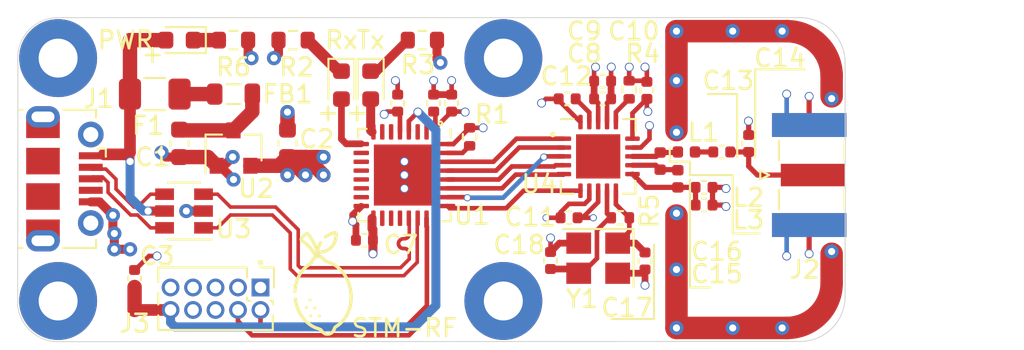
<source format=kicad_pcb>
(kicad_pcb (version 20171130) (host pcbnew "(5.1.12)-1")
  (layers (0 F.Cu signal) (1 In1.Cu signal) (2 In2.Cu signal) (31 B.Cu signal) (34 B.Paste user) (35 F.Paste user) (36 B.SilkS user) (37 F.SilkS user) (38 B.Mask user) (39 F.Mask user) (44 Edge.Cuts user))
  (net 0 "")
  (net 1 GND)
  (net 2 "Net-(C1-Pad1)")
  (net 3 +3V3)
  (net 4 NRST)
  (net 5 "Net-(C12-Pad1)")
  (net 6 "Net-(C13-Pad2)")
  (net 7 "Net-(C13-Pad1)")
  (net 8 NRF_VDD_PA)
  (net 9 NRF_XC1)
  (net 10 NRF_XC2)
  (net 11 "Net-(D1-Pad2)")
  (net 12 "Net-(D1-Pad1)")
  (net 13 "Net-(D2-Pad2)")
  (net 14 "Net-(D2-Pad1)")
  (net 15 "Net-(F1-Pad2)")
  (net 16 +5V)
  (net 17 "Net-(J1-Pad6)")
  (net 18 USB_CONN_D+)
  (net 19 "Net-(J1-Pad4)")
  (net 20 USB_CONN_D-)
  (net 21 "Net-(J3-Pad8)")
  (net 22 "Net-(J3-Pad7)")
  (net 23 "Net-(J3-Pad6)")
  (net 24 SWCLK)
  (net 25 SWDIO)
  (net 26 NRF_ANT2)
  (net 27 NRF_ANT1)
  (net 28 "Net-(R1-Pad1)")
  (net 29 "Net-(R4-Pad1)")
  (net 30 NRF_CE)
  (net 31 SPI3_CSN)
  (net 32 SPI3_MOSI)
  (net 33 SPI3_MISO)
  (net 34 SPI3_SCK)
  (net 35 NRF_IRQ)
  (net 36 USB_D+)
  (net 37 USB_D-)
  (net 38 "Net-(U1-Pad20)")
  (net 39 "Net-(U1-Pad19)")
  (net 40 "Net-(U1-Pad18)")
  (net 41 "Net-(U1-Pad15)")
  (net 42 "Net-(U1-Pad14)")
  (net 43 "Net-(U1-Pad13)")
  (net 44 "Net-(U1-Pad12)")
  (net 45 "Net-(U1-Pad11)")
  (net 46 "Net-(U1-Pad10)")
  (net 47 "Net-(U1-Pad7)")
  (net 48 "Net-(U1-Pad6)")
  (net 49 "Net-(U1-Pad3)")
  (net 50 "Net-(U1-Pad2)")
  (net 51 "Net-(D3-Pad1)")
  (module footprints:SMA_Samtec_SMA-J-P-X-ST-EM1_EdgeMount-SeanCopyy (layer F.Cu) (at 161.036 81.788 90)
    (fp_text reference J2 (at -5.334 -0.254 180) (layer F.SilkS))
    (fp_text value SMA)
    (pad 1 smd rect (at 0 0.2 90) (size 1.27 3.6) (layers F.Cu F.Paste F.Mask) (net 7 "Net-(C13-Pad1)"))
    (pad 2 smd rect (at 2.825 0 90) (size 1.35 4.2) (layers F.Cu F.Paste F.Mask) (net 1 GND))
    (pad 2 smd rect (at -2.825 0 90) (size 1.35 4.2) (layers F.Cu F.Paste F.Mask) (net 1 GND))
    (pad 2 smd rect (at 2.825 0 90) (size 1.35 4.2) (layers B.Cu B.Paste B.Mask) (net 1 GND))
    (pad 2 smd rect (at -2.825 0 90) (size 1.35 4.2) (layers B.Cu B.Paste B.Mask) (net 1 GND))
  )
  (module footprints:USB_Micro-B_Molex-105017-0001-SeanCopy (layer F.Cu) (at 119 82 270)
    (fp_text reference J1 (at -4.53 -1.904 180) (layer F.SilkS))
    (fp_text value USB_B_Micro)
    (pad 6 smd rect (at -2.9 1.2375 270) (size 1.2 1.9) (layers F.Cu F.Mask) (net 17 "Net-(J1-Pad6)"))
    (pad 6 smd rect (at 2.9 1.2375 270) (size 1.2 1.9) (layers F.Cu F.Mask) (net 17 "Net-(J1-Pad6)"))
    (pad 6 thru_hole oval (at 3.5 1.2375 270) (size 1.2 1.9) (drill oval 0.6 1.3) (layers *.Cu *.Mask) (net 17 "Net-(J1-Pad6)"))
    (pad 6 thru_hole oval (at -3.5 1.2375 90) (size 1.2 1.9) (drill oval 0.6 1.3) (layers *.Cu *.Mask) (net 17 "Net-(J1-Pad6)"))
    (pad 6 smd rect (at -1 1.2375 270) (size 1.5 1.9) (layers F.Cu F.Paste F.Mask) (net 17 "Net-(J1-Pad6)"))
    (pad 6 thru_hole circle (at 2.5 -1.4625 270) (size 1.45 1.45) (drill 0.85) (layers *.Cu *.Mask) (net 17 "Net-(J1-Pad6)"))
    (pad 3 smd rect (at 0 -1.4625 270) (size 0.4 1.35) (layers F.Cu F.Paste F.Mask) (net 18 USB_CONN_D+))
    (pad 4 smd rect (at 0.65 -1.4625 270) (size 0.4 1.35) (layers F.Cu F.Paste F.Mask) (net 19 "Net-(J1-Pad4)"))
    (pad 5 smd rect (at 1.3 -1.4625 270) (size 0.4 1.35) (layers F.Cu F.Paste F.Mask) (net 1 GND))
    (pad 1 smd rect (at -1.3 -1.4625 270) (size 0.4 1.35) (layers F.Cu F.Paste F.Mask) (net 16 +5V))
    (pad 2 smd rect (at -0.65 -1.4625 270) (size 0.4 1.35) (layers F.Cu F.Paste F.Mask) (net 20 USB_CONN_D-))
    (pad 6 thru_hole circle (at -2.5 -1.4625 270) (size 1.45 1.45) (drill 0.85) (layers *.Cu *.Mask) (net 17 "Net-(J1-Pad6)"))
    (pad 6 smd rect (at 1 1.2375 270) (size 1.5 1.9) (layers F.Cu F.Paste F.Mask) (net 17 "Net-(J1-Pad6)"))
  )
  (module footprints:guard-ring-v1 (layer F.Cu) (at 153.67 79.248)
    (fp_text reference REF**)
    (fp_text value guard-ring-v1)
    (fp_line (start 8.636 6.985) (end 8.636 8.636) (layer F.Cu) (width 1.27))
    (fp_line (start -0.127 11.176) (end 6.096 11.176) (layer F.Cu) (width 1.27))
    (fp_line (start -0.127 11.176) (end -0.127 4.826) (layer F.Cu) (width 1.27))
    (fp_line (start -0.127 -5.588) (end 6.096 -5.588) (layer F.Cu) (width 1.27))
    (fp_line (start 8.636 -3.175) (end 8.636 -1.905) (layer F.Cu) (width 1.27))
    (fp_line (start -0.127 0) (end -0.127 -5.588) (layer F.Cu) (width 1.27))
    (fp_arc (start 6.096 8.636) (end 6.096 11.176) (angle -90) (layer F.Cu) (width 1.27))
    (fp_arc (start 6.096 -3.048) (end 8.636 -3.048) (angle -90) (layer F.Cu) (width 1.27))
  )
  (module Package_DFN_QFN:QFN-32-1EP_5x5mm_P0.5mm_EP3.45x3.45mm (layer F.Cu) (at 138.176 81.788 270)
    (fp_text reference U1 (at 2.286 -3.81 180) (layer F.SilkS))
    (fp_text value STM32L432KBUx)
    (pad 33 smd rect (at 0 0 270) (size 3.45 3.45) (layers F.Cu F.Mask) (net 1 GND))
    (pad 32 smd roundrect (at -1.75 -2.4375 270) (size 0.25 0.875) (layers F.Cu F.Paste F.Mask) (net 1 GND))
    (pad 31 smd roundrect (at -1.25 -2.4375 270) (size 0.25 0.875) (layers F.Cu F.Paste F.Mask) (net 28 "Net-(R1-Pad1)"))
    (pad 30 smd roundrect (at -0.75 -2.4375 270) (size 0.25 0.875) (layers F.Cu F.Paste F.Mask) (net 30 NRF_CE))
    (pad 29 smd roundrect (at -0.25 -2.4375 270) (size 0.25 0.875) (layers F.Cu F.Paste F.Mask) (net 31 SPI3_CSN))
    (pad 28 smd roundrect (at 0.25 -2.4375 270) (size 0.25 0.875) (layers F.Cu F.Paste F.Mask) (net 32 SPI3_MOSI))
    (pad 27 smd roundrect (at 0.75 -2.4375 270) (size 0.25 0.875) (layers F.Cu F.Paste F.Mask) (net 33 SPI3_MISO))
    (pad 26 smd roundrect (at 1.25 -2.4375 270) (size 0.25 0.875) (layers F.Cu F.Paste F.Mask) (net 34 SPI3_SCK))
    (pad 25 smd roundrect (at 1.75 -2.4375 270) (size 0.25 0.875) (layers F.Cu F.Paste F.Mask) (net 35 NRF_IRQ))
    (pad 24 smd roundrect (at 2.4375 -1.75 270) (size 0.875 0.25) (layers F.Cu F.Paste F.Mask) (net 24 SWCLK))
    (pad 23 smd roundrect (at 2.4375 -1.25 270) (size 0.875 0.25) (layers F.Cu F.Paste F.Mask) (net 25 SWDIO))
    (pad 22 smd roundrect (at 2.4375 -0.75 270) (size 0.875 0.25) (layers F.Cu F.Paste F.Mask) (net 36 USB_D+))
    (pad 21 smd roundrect (at 2.4375 -0.25 270) (size 0.875 0.25) (layers F.Cu F.Paste F.Mask) (net 37 USB_D-))
    (pad 20 smd roundrect (at 2.4375 0.25 270) (size 0.875 0.25) (layers F.Cu F.Paste F.Mask) (net 38 "Net-(U1-Pad20)"))
    (pad 19 smd roundrect (at 2.4375 0.75 270) (size 0.875 0.25) (layers F.Cu F.Paste F.Mask) (net 39 "Net-(U1-Pad19)"))
    (pad 18 smd roundrect (at 2.4375 1.25 270) (size 0.875 0.25) (layers F.Cu F.Paste F.Mask) (net 40 "Net-(U1-Pad18)"))
    (pad 17 smd roundrect (at 2.4375 1.75 270) (size 0.875 0.25) (layers F.Cu F.Paste F.Mask) (net 3 +3V3))
    (pad 16 smd roundrect (at 1.75 2.4375 270) (size 0.25 0.875) (layers F.Cu F.Paste F.Mask) (net 1 GND))
    (pad 15 smd roundrect (at 1.25 2.4375 270) (size 0.25 0.875) (layers F.Cu F.Paste F.Mask) (net 41 "Net-(U1-Pad15)"))
    (pad 14 smd roundrect (at 0.75 2.4375 270) (size 0.25 0.875) (layers F.Cu F.Paste F.Mask) (net 42 "Net-(U1-Pad14)"))
    (pad 13 smd roundrect (at 0.25 2.4375 270) (size 0.25 0.875) (layers F.Cu F.Paste F.Mask) (net 43 "Net-(U1-Pad13)"))
    (pad 12 smd roundrect (at -0.25 2.4375 270) (size 0.25 0.875) (layers F.Cu F.Paste F.Mask) (net 44 "Net-(U1-Pad12)"))
    (pad 11 smd roundrect (at -0.75 2.4375 270) (size 0.25 0.875) (layers F.Cu F.Paste F.Mask) (net 45 "Net-(U1-Pad11)"))
    (pad 10 smd roundrect (at -1.25 2.4375 270) (size 0.25 0.875) (layers F.Cu F.Paste F.Mask) (net 46 "Net-(U1-Pad10)"))
    (pad 9 smd roundrect (at -1.75 2.4375 270) (size 0.25 0.875) (layers F.Cu F.Paste F.Mask) (net 11 "Net-(D1-Pad2)"))
    (pad 8 smd roundrect (at -2.4375 1.75 270) (size 0.875 0.25) (layers F.Cu F.Paste F.Mask) (net 13 "Net-(D2-Pad2)"))
    (pad 7 smd roundrect (at -2.4375 1.25 270) (size 0.875 0.25) (layers F.Cu F.Paste F.Mask) (net 47 "Net-(U1-Pad7)"))
    (pad 6 smd roundrect (at -2.4375 0.75 270) (size 0.875 0.25) (layers F.Cu F.Paste F.Mask) (net 48 "Net-(U1-Pad6)"))
    (pad 5 smd roundrect (at -2.4375 0.25 270) (size 0.875 0.25) (layers F.Cu F.Paste F.Mask) (net 3 +3V3))
    (pad 4 smd roundrect (at -2.4375 -0.25 270) (size 0.875 0.25) (layers F.Cu F.Paste F.Mask) (net 4 NRST))
    (pad 3 smd roundrect (at -2.4375 -0.75 270) (size 0.875 0.25) (layers F.Cu F.Paste F.Mask) (net 49 "Net-(U1-Pad3)"))
    (pad 2 smd roundrect (at -2.4375 -1.25 270) (size 0.875 0.25) (layers F.Cu F.Paste F.Mask) (net 50 "Net-(U1-Pad2)"))
    (pad 1 smd roundrect (at -2.4375 -1.75 270) (size 0.875 0.25) (layers F.Cu F.Paste F.Mask) (net 3 +3V3))
  )
  (module Logos:lemon_logo (layer F.Cu) (at 133.604 87.884)
    (fp_text reference G*** hide)
    (fp_text value LOGO hide)
  )
  (module LED_SMD:LED_0603_1608Metric (layer F.Cu) (at 125.476 74.168 180)
    (fp_text reference PWR (at 3.048 0) (layer F.SilkS))
    (fp_text value RD)
    (pad 2 smd roundrect (at 0.7875 0 180) (size 0.875 0.95) (layers F.Cu F.Paste F.Mask) (net 16 +5V))
    (pad 1 smd roundrect (at -0.7875 0 180) (size 0.875 0.95) (layers F.Cu F.Paste F.Mask) (net 51 "Net-(D3-Pad1)"))
  )
  (module Connector_PinHeader_1.27mm:PinHeader_2x05_P1.27mm_Vertical (layer F.Cu) (at 130.048 88.138 270)
    (fp_text reference J3 (at 2.032 7.112 180) (layer F.SilkS))
    (fp_text value "ARM 10 pin")
    (pad 10 thru_hole oval (at 1.27 5.08 270) (size 1 1) (drill 0.65) (layers *.Cu *.Mask) (net 4 NRST))
    (pad 9 thru_hole oval (at 0 5.08 270) (size 1 1) (drill 0.65) (layers *.Cu *.Mask) (net 1 GND))
    (pad 8 thru_hole oval (at 1.27 3.81 270) (size 1 1) (drill 0.65) (layers *.Cu *.Mask) (net 21 "Net-(J3-Pad8)"))
    (pad 7 thru_hole oval (at 0 3.81 270) (size 1 1) (drill 0.65) (layers *.Cu *.Mask) (net 22 "Net-(J3-Pad7)"))
    (pad 6 thru_hole oval (at 1.27 2.54 270) (size 1 1) (drill 0.65) (layers *.Cu *.Mask) (net 23 "Net-(J3-Pad6)"))
    (pad 5 thru_hole oval (at 0 2.54 270) (size 1 1) (drill 0.65) (layers *.Cu *.Mask) (net 1 GND))
    (pad 4 thru_hole oval (at 1.27 1.27 270) (size 1 1) (drill 0.65) (layers *.Cu *.Mask) (net 24 SWCLK))
    (pad 3 thru_hole oval (at 0 1.27 270) (size 1 1) (drill 0.65) (layers *.Cu *.Mask) (net 1 GND))
    (pad 2 thru_hole oval (at 1.27 0 270) (size 1 1) (drill 0.65) (layers *.Cu *.Mask) (net 25 SWDIO))
    (pad 1 thru_hole rect (at 0 0 270) (size 1 1) (drill 0.65) (layers *.Cu *.Mask) (net 3 +3V3))
  )
  (module MountingHole:MountingHole_2.2mm_M2_Pad (layer F.Cu) (at 143.764 75.184)
    (fp_text reference H4)
    (fp_text value MountingHole)
    (pad 1 thru_hole circle (at 0 0) (size 4.4 4.4) (drill 2.2) (layers *.Cu *.Mask))
  )
  (module MountingHole:MountingHole_2.2mm_M2_Pad (layer F.Cu) (at 143.764 88.9)
    (fp_text reference H3)
    (fp_text value MountingHole)
    (pad 1 thru_hole circle (at 0 0) (size 4.4 4.4) (drill 2.2) (layers *.Cu *.Mask))
  )
  (module MountingHole:MountingHole_2.2mm_M2_Pad (layer F.Cu) (at 118.618 88.9)
    (fp_text reference H2)
    (fp_text value MountingHole)
    (pad 1 thru_hole circle (at 0 0) (size 4.4 4.4) (drill 2.2) (layers *.Cu *.Mask))
  )
  (module MountingHole:MountingHole_2.2mm_M2_Pad (layer F.Cu) (at 118.618 75.184)
    (fp_text reference H1)
    (fp_text value MountingHole)
    (pad 1 thru_hole circle (at 0 0) (size 4.4 4.4) (drill 2.2) (layers *.Cu *.Mask))
  )
  (module Resistor_SMD:R_0603_1608Metric (layer F.Cu) (at 128.524 74.168 180)
    (fp_text reference R6 (at 0 -1.524) (layer F.SilkS))
    (fp_text value 2k2)
    (pad 2 smd roundrect (at 0.825 0 180) (size 0.8 0.95) (layers F.Cu F.Paste F.Mask) (net 51 "Net-(D3-Pad1)"))
    (pad 1 smd roundrect (at -0.825 0 180) (size 0.8 0.95) (layers F.Cu F.Paste F.Mask) (net 1 GND))
  )
  (module Fuse:Fuse_1206_3216Metric (layer F.Cu) (at 124.076 77.216)
    (fp_text reference F1 (at -0.378 1.778) (layer F.SilkS))
    (fp_text value 100mA)
    (pad 2 smd roundrect (at 1.4 0) (size 1.25 1.75) (layers F.Cu F.Paste F.Mask) (roundrect_rratio 0.2) (net 15 "Net-(F1-Pad2)"))
    (pad 1 smd roundrect (at -1.4 0) (size 1.25 1.75) (layers F.Cu F.Paste F.Mask) (roundrect_rratio 0.2) (net 16 +5V))
  )
  (module Crystal:Crystal_SMD_3225-4Pin_3.2x2.5mm (layer F.Cu) (at 149.12 86.484 180)
    (fp_text reference Y1 (at 0.911 -2.289) (layer F.SilkS))
    (fp_text value "16 MHz")
    (pad 4 smd rect (at -1.1 -0.85 180) (size 1.4 1.2) (layers F.Cu F.Paste F.Mask) (net 1 GND))
    (pad 3 smd rect (at 1.1 -0.85 180) (size 1.4 1.2) (layers F.Cu F.Paste F.Mask) (net 10 NRF_XC2))
    (pad 2 smd rect (at 1.1 0.85 180) (size 1.4 1.2) (layers F.Cu F.Paste F.Mask) (net 1 GND))
    (pad 1 smd rect (at -1.1 0.85 180) (size 1.4 1.2) (layers F.Cu F.Paste F.Mask) (net 9 NRF_XC1))
  )
  (module Package_DFN_QFN:QFN-20-1EP_4x4mm_P0.5mm_EP2.5x2.5mm (layer F.Cu) (at 149.12 80.734)
    (fp_text reference U4 (at -3.324 1.562) (layer F.SilkS))
    (fp_text value nRF24L01P)
    (pad 21 smd rect (at 0 0) (size 2.5 2.5) (layers F.Cu F.Mask))
    (pad 20 smd roundrect (at -1 -1.9375) (size 0.25 0.825) (layers F.Cu F.Paste F.Mask) (net 1 GND))
    (pad 19 smd roundrect (at -0.5 -1.9375) (size 0.25 0.825) (layers F.Cu F.Paste F.Mask) (net 5 "Net-(C12-Pad1)"))
    (pad 18 smd roundrect (at 0 -1.9375) (size 0.25 0.825) (layers F.Cu F.Paste F.Mask) (net 3 +3V3))
    (pad 17 smd roundrect (at 0.5 -1.9375) (size 0.25 0.825) (layers F.Cu F.Paste F.Mask) (net 1 GND))
    (pad 16 smd roundrect (at 1 -1.9375) (size 0.25 0.825) (layers F.Cu F.Paste F.Mask) (net 29 "Net-(R4-Pad1)"))
    (pad 15 smd roundrect (at 1.9375 -1) (size 0.825 0.25) (layers F.Cu F.Paste F.Mask) (net 3 +3V3))
    (pad 14 smd roundrect (at 1.9375 -0.5) (size 0.825 0.25) (layers F.Cu F.Paste F.Mask) (net 1 GND))
    (pad 13 smd roundrect (at 1.9375 0) (size 0.825 0.25) (layers F.Cu F.Paste F.Mask) (net 26 NRF_ANT2))
    (pad 12 smd roundrect (at 1.9375 0.5) (size 0.825 0.25) (layers F.Cu F.Paste F.Mask) (net 27 NRF_ANT1))
    (pad 11 smd roundrect (at 1.9375 1) (size 0.825 0.25) (layers F.Cu F.Paste F.Mask) (net 8 NRF_VDD_PA))
    (pad 10 smd roundrect (at 1 1.9375) (size 0.25 0.825) (layers F.Cu F.Paste F.Mask) (net 9 NRF_XC1))
    (pad 9 smd roundrect (at 0.5 1.9375) (size 0.25 0.825) (layers F.Cu F.Paste F.Mask) (net 10 NRF_XC2))
    (pad 8 smd roundrect (at 0 1.9375) (size 0.25 0.825) (layers F.Cu F.Paste F.Mask) (net 1 GND))
    (pad 7 smd roundrect (at -0.5 1.9375) (size 0.25 0.825) (layers F.Cu F.Paste F.Mask) (net 3 +3V3))
    (pad 6 smd roundrect (at -1 1.9375) (size 0.25 0.825) (layers F.Cu F.Paste F.Mask) (net 35 NRF_IRQ))
    (pad 5 smd roundrect (at -1.9375 1) (size 0.825 0.25) (layers F.Cu F.Paste F.Mask) (net 33 SPI3_MISO))
    (pad 4 smd roundrect (at -1.9375 0.5) (size 0.825 0.25) (layers F.Cu F.Paste F.Mask) (net 32 SPI3_MOSI))
    (pad 3 smd roundrect (at -1.9375 0) (size 0.825 0.25) (layers F.Cu F.Paste F.Mask) (net 34 SPI3_SCK))
    (pad 2 smd roundrect (at -1.9375 -0.5) (size 0.825 0.25) (layers F.Cu F.Paste F.Mask) (net 31 SPI3_CSN))
    (pad 1 smd roundrect (at -1.9375 -1) (size 0.825 0.25) (layers F.Cu F.Paste F.Mask) (net 30 NRF_CE))
  )
  (module Package_TO_SOT_SMD:SOT-23-6 (layer F.Cu) (at 125.73 83.82 180)
    (fp_text reference U3 (at -2.794 -1.016) (layer F.SilkS))
    (fp_text value USBLC6-2SC6)
    (pad 5 smd rect (at 1.1 0 180) (size 1.06 0.65) (layers F.Cu F.Paste F.Mask) (net 16 +5V))
    (pad 6 smd rect (at 1.1 -0.95 180) (size 1.06 0.65) (layers F.Cu F.Paste F.Mask) (net 18 USB_CONN_D+))
    (pad 4 smd rect (at 1.1 0.95 180) (size 1.06 0.65) (layers F.Cu F.Paste F.Mask) (net 20 USB_CONN_D-))
    (pad 3 smd rect (at -1.1 0.95 180) (size 1.06 0.65) (layers F.Cu F.Paste F.Mask) (net 37 USB_D-))
    (pad 2 smd rect (at -1.1 0 180) (size 1.06 0.65) (layers F.Cu F.Paste F.Mask) (net 1 GND))
    (pad 1 smd rect (at -1.1 -0.95 180) (size 1.06 0.65) (layers F.Cu F.Paste F.Mask) (net 36 USB_D+))
  )
  (module Package_TO_SOT_SMD:SOT-23 (layer F.Cu) (at 128.524 80.264 90)
    (fp_text reference U2 (at -2.286 1.27 180) (layer F.SilkS))
    (fp_text value XC6206PxxxMR)
    (pad 3 smd rect (at 1 0 90) (size 0.9 0.8) (layers F.Cu F.Paste F.Mask) (net 2 "Net-(C1-Pad1)"))
    (pad 2 smd rect (at -1 0.95 90) (size 0.9 0.8) (layers F.Cu F.Paste F.Mask) (net 3 +3V3))
    (pad 1 smd rect (at -1 -0.95 90) (size 0.9 0.8) (layers F.Cu F.Paste F.Mask) (net 1 GND))
  )
  (module Resistor_SMD:R_0402_1005Metric (layer F.Cu) (at 150.37 84.201 180)
    (fp_text reference R5 (at -1.649 0.381 90) (layer F.SilkS))
    (fp_text value 1M)
    (pad 2 smd roundrect (at 0.51 0 180) (size 0.54 0.64) (layers F.Cu F.Paste F.Mask) (net 10 NRF_XC2))
    (pad 1 smd roundrect (at -0.51 0 180) (size 0.54 0.64) (layers F.Cu F.Paste F.Mask) (net 9 NRF_XC1))
  )
  (module Resistor_SMD:R_0402_1005Metric (layer F.Cu) (at 150.87 76.974 90)
    (fp_text reference R4 (at 2.044 0.768 180) (layer F.SilkS))
    (fp_text value 22k)
    (pad 2 smd roundrect (at 0.51 0 90) (size 0.54 0.64) (layers F.Cu F.Paste F.Mask) (net 1 GND))
    (pad 1 smd roundrect (at -0.51 0 90) (size 0.54 0.64) (layers F.Cu F.Paste F.Mask) (net 29 "Net-(R4-Pad1)"))
  )
  (module Resistor_SMD:R_0603_1608Metric (layer F.Cu) (at 139.192 74.168)
    (fp_text reference R3 (at -0.254 1.397) (layer F.SilkS))
    (fp_text value 2k2)
    (pad 2 smd roundrect (at 0.825 0) (size 0.8 0.95) (layers F.Cu F.Paste F.Mask) (net 1 GND))
    (pad 1 smd roundrect (at -0.825 0) (size 0.8 0.95) (layers F.Cu F.Paste F.Mask) (net 14 "Net-(D2-Pad1)"))
  )
  (module Resistor_SMD:R_0603_1608Metric (layer F.Cu) (at 131.889 74.168 180)
    (fp_text reference R2 (at -0.191 -1.524) (layer F.SilkS))
    (fp_text value 2k2)
    (pad 2 smd roundrect (at 0.825 0 180) (size 0.8 0.95) (layers F.Cu F.Paste F.Mask) (net 1 GND))
    (pad 1 smd roundrect (at -0.825 0 180) (size 0.8 0.95) (layers F.Cu F.Paste F.Mask) (net 12 "Net-(D1-Pad1)"))
  )
  (module Resistor_SMD:R_0402_1005Metric (layer F.Cu) (at 141.859 79.629 90)
    (fp_text reference R1 (at 1.27 1.27 180) (layer F.SilkS))
    (fp_text value 10k)
    (pad 2 smd roundrect (at 0.51 0 90) (size 0.54 0.64) (layers F.Cu F.Paste F.Mask) (net 1 GND))
    (pad 1 smd roundrect (at -0.51 0 90) (size 0.54 0.64) (layers F.Cu F.Paste F.Mask) (net 28 "Net-(R1-Pad1)"))
  )
  (module Inductor_SMD:L_0402_1005Metric (layer F.Cu) (at 153.62 81.999 270)
    (fp_text reference L3 (at 2.329 -3.987 180) (layer F.SilkS))
    (fp_text value 2n7)
    (pad 2 smd roundrect (at 0.485 0 270) (size 0.59 0.64) (layers F.Cu F.Paste F.Mask) (net 8 NRF_VDD_PA))
    (pad 1 smd roundrect (at -0.485 0 270) (size 0.59 0.64) (layers F.Cu F.Paste F.Mask) (net 27 NRF_ANT1))
  )
  (module Inductor_SMD:L_0402_1005Metric (layer F.Cu) (at 152.62 80.999 270)
    (fp_text reference L2 (at 2.059 -4.987 180) (layer F.SilkS))
    (fp_text value 8n2)
    (pad 2 smd roundrect (at 0.485 0 270) (size 0.59 0.64) (layers F.Cu F.Paste F.Mask) (net 27 NRF_ANT1))
    (pad 1 smd roundrect (at -0.485 0 270) (size 0.59 0.64) (layers F.Cu F.Paste F.Mask) (net 26 NRF_ANT2))
  )
  (module Inductor_SMD:L_0402_1005Metric (layer F.Cu) (at 154.105 80.484)
    (fp_text reference L1 (at 0.962 -1.109) (layer F.SilkS))
    (fp_text value 3n9)
    (pad 2 smd roundrect (at 0.485 0) (size 0.59 0.64) (layers F.Cu F.Paste F.Mask) (net 6 "Net-(C13-Pad2)"))
    (pad 1 smd roundrect (at -0.485 0) (size 0.59 0.64) (layers F.Cu F.Paste F.Mask) (net 26 NRF_ANT2))
  )
  (module Inductor_SMD:L_0805_2012Metric (layer F.Cu) (at 128.524 77.216 180)
    (fp_text reference FB1 (at -3.048 0) (layer F.SilkS))
    (fp_text value "100 @ 100MHz")
    (pad 2 smd roundrect (at 1.0625 0 180) (size 0.875 1.2) (layers F.Cu F.Paste F.Mask) (net 15 "Net-(F1-Pad2)"))
    (pad 1 smd roundrect (at -1.0625 0 180) (size 0.875 1.2) (layers F.Cu F.Paste F.Mask) (net 2 "Net-(C1-Pad1)"))
  )
  (module LED_SMD:LED_0603_1608Metric (layer F.Cu) (at 136.271 76.708 270)
    (fp_text reference Tx (at -2.54 0 180) (layer F.SilkS))
    (fp_text value YL)
    (pad 2 smd roundrect (at 0.7875 0 270) (size 0.875 0.95) (layers F.Cu F.Paste F.Mask) (net 13 "Net-(D2-Pad2)"))
    (pad 1 smd roundrect (at -0.7875 0 270) (size 0.875 0.95) (layers F.Cu F.Paste F.Mask) (net 14 "Net-(D2-Pad1)"))
  )
  (module LED_SMD:LED_0603_1608Metric (layer F.Cu) (at 134.62 76.708 270)
    (fp_text reference Rx (at -2.54 0 180) (layer F.SilkS))
    (fp_text value GR)
    (pad 2 smd roundrect (at 0.7875 0 270) (size 0.875 0.95) (layers F.Cu F.Paste F.Mask) (net 11 "Net-(D1-Pad2)"))
    (pad 1 smd roundrect (at -0.7875 0 270) (size 0.875 0.95) (layers F.Cu F.Paste F.Mask) (net 12 "Net-(D1-Pad1)"))
  )
  (module Capacitor_SMD:C_0402_1005Metric (layer F.Cu) (at 146.431 86.614 270)
    (fp_text reference C18 (at -0.889 1.778 180) (layer F.SilkS))
    (fp_text value 12p)
    (pad 2 smd roundrect (at 0.48 0 270) (size 0.56 0.62) (layers F.Cu F.Paste F.Mask) (net 10 NRF_XC2))
    (pad 1 smd roundrect (at -0.48 0 270) (size 0.56 0.62) (layers F.Cu F.Paste F.Mask) (net 1 GND))
  )
  (module Capacitor_SMD:C_0402_1005Metric (layer F.Cu) (at 151.765 86.642 90)
    (fp_text reference C17 (at -2.639 -1.016 180) (layer F.SilkS))
    (fp_text value 12p)
    (pad 2 smd roundrect (at 0.48 0 90) (size 0.56 0.62) (layers F.Cu F.Paste F.Mask) (net 9 NRF_XC1))
    (pad 1 smd roundrect (at -0.48 0 90) (size 0.56 0.62) (layers F.Cu F.Paste F.Mask) (net 1 GND))
  )
  (module Capacitor_SMD:C_0402_1005Metric (layer F.Cu) (at 155.1 82.484 180)
    (fp_text reference C16 (at -0.729 -3.622 180) (layer F.SilkS))
    (fp_text value 4p7)
    (pad 2 smd roundrect (at 0.48 0 180) (size 0.56 0.62) (layers F.Cu F.Paste F.Mask) (net 8 NRF_VDD_PA))
    (pad 1 smd roundrect (at -0.48 0 180) (size 0.56 0.62) (layers F.Cu F.Paste F.Mask) (net 1 GND))
  )
  (module Capacitor_SMD:C_0402_1005Metric (layer F.Cu) (at 155.1 83.484 180)
    (fp_text reference C15 (at -0.729 -3.892) (layer F.SilkS))
    (fp_text value 2n2)
    (pad 2 smd roundrect (at 0.48 0 180) (size 0.56 0.62) (layers F.Cu F.Paste F.Mask) (net 8 NRF_VDD_PA))
    (pad 1 smd roundrect (at -0.48 0 180) (size 0.56 0.62) (layers F.Cu F.Paste F.Mask) (net 1 GND))
  )
  (module Capacitor_SMD:C_0402_1005Metric (layer F.Cu) (at 157.62 80.004 270)
    (fp_text reference C14 (at -4.82 -1.765 180) (layer F.SilkS))
    (fp_text value 1p)
    (pad 2 smd roundrect (at 0.48 0 270) (size 0.56 0.62) (layers F.Cu F.Paste F.Mask) (net 7 "Net-(C13-Pad1)"))
    (pad 1 smd roundrect (at -0.48 0 270) (size 0.56 0.62) (layers F.Cu F.Paste F.Mask) (net 1 GND))
  )
  (module Capacitor_SMD:C_0402_1005Metric (layer F.Cu) (at 156.1 80.484 180)
    (fp_text reference C13 (at -0.364 4.03 180) (layer F.SilkS))
    (fp_text value 1p5)
    (pad 2 smd roundrect (at 0.48 0 180) (size 0.56 0.62) (layers F.Cu F.Paste F.Mask) (net 6 "Net-(C13-Pad2)"))
    (pad 1 smd roundrect (at -0.48 0 180) (size 0.56 0.62) (layers F.Cu F.Paste F.Mask) (net 7 "Net-(C13-Pad1)"))
  )
  (module Capacitor_SMD:C_0402_1005Metric (layer F.Cu) (at 147.37 77.484 180)
    (fp_text reference C12 (at 0.05 1.284) (layer F.SilkS))
    (fp_text value 33n)
    (pad 2 smd roundrect (at 0.48 0 180) (size 0.56 0.62) (layers F.Cu F.Paste F.Mask) (net 1 GND))
    (pad 1 smd roundrect (at -0.48 0 180) (size 0.56 0.62) (layers F.Cu F.Paste F.Mask) (net 5 "Net-(C12-Pad1)"))
  )
  (module Capacitor_SMD:C_0402_1005Metric (layer F.Cu) (at 147.475 84.201)
    (fp_text reference C11 (at -2.187 -0.037) (layer F.SilkS))
    (fp_text value 10n)
    (pad 2 smd roundrect (at 0.48 0) (size 0.56 0.62) (layers F.Cu F.Paste F.Mask) (net 1 GND))
    (pad 1 smd roundrect (at -0.48 0) (size 0.56 0.62) (layers F.Cu F.Paste F.Mask) (net 3 +3V3))
  )
  (module Capacitor_SMD:C_0402_1005Metric (layer F.Cu) (at 151.87 77.004 90)
    (fp_text reference C10 (at 3.344 -0.74 180) (layer F.SilkS))
    (fp_text value 10n)
    (pad 2 smd roundrect (at 0.48 0 90) (size 0.56 0.62) (layers F.Cu F.Paste F.Mask) (net 1 GND))
    (pad 1 smd roundrect (at -0.48 0 90) (size 0.56 0.62) (layers F.Cu F.Paste F.Mask) (net 3 +3V3))
  )
  (module Capacitor_SMD:C_0402_1005Metric (layer F.Cu) (at 149.37 76.484)
    (fp_text reference C9 (at -1.034 -2.824) (layer F.SilkS))
    (fp_text value 10n)
    (pad 2 smd roundrect (at 0.48 0) (size 0.56 0.62) (layers F.Cu F.Paste F.Mask) (net 1 GND))
    (pad 1 smd roundrect (at -0.48 0) (size 0.56 0.62) (layers F.Cu F.Paste F.Mask) (net 3 +3V3))
  )
  (module Capacitor_SMD:C_0402_1005Metric (layer F.Cu) (at 149.37 77.484)
    (fp_text reference C8 (at -1.034 -2.554) (layer F.SilkS))
    (fp_text value 10u)
    (pad 2 smd roundrect (at 0.48 0) (size 0.56 0.62) (layers F.Cu F.Paste F.Mask) (net 1 GND))
    (pad 1 smd roundrect (at -0.48 0) (size 0.56 0.62) (layers F.Cu F.Paste F.Mask) (net 3 +3V3))
  )
  (module Capacitor_SMD:C_0402_1005Metric (layer F.Cu) (at 135.918 85.471 180)
    (fp_text reference C7 (at -2.06 -0.254) (layer F.SilkS))
    (fp_text value 100n)
    (pad 2 smd roundrect (at 0.48 0 180) (size 0.56 0.62) (layers F.Cu F.Paste F.Mask) (net 1 GND))
    (pad 1 smd roundrect (at -0.48 0 180) (size 0.56 0.62) (layers F.Cu F.Paste F.Mask) (net 3 +3V3))
  )
  (module Capacitor_SMD:C_0402_1005Metric (layer F.Cu) (at 137.795 77.724 90)
    (fp_text reference C6)
    (fp_text value 100n)
    (pad 2 smd roundrect (at 0.48 0 90) (size 0.56 0.62) (layers F.Cu F.Paste F.Mask) (net 1 GND))
    (pad 1 smd roundrect (at -0.48 0 90) (size 0.56 0.62) (layers F.Cu F.Paste F.Mask) (net 3 +3V3))
  )
  (module Capacitor_SMD:C_0402_1005Metric (layer F.Cu) (at 139.827 77.724 90)
    (fp_text reference C5)
    (fp_text value 100n)
    (pad 2 smd roundrect (at 0.48 0 90) (size 0.56 0.62) (layers F.Cu F.Paste F.Mask) (net 1 GND))
    (pad 1 smd roundrect (at -0.48 0 90) (size 0.56 0.62) (layers F.Cu F.Paste F.Mask) (net 3 +3V3))
  )
  (module Capacitor_SMD:C_0402_1005Metric (layer F.Cu) (at 140.843 77.724 90)
    (fp_text reference C4)
    (fp_text value 1u)
    (pad 2 smd roundrect (at 0.48 0 90) (size 0.56 0.62) (layers F.Cu F.Paste F.Mask) (net 1 GND))
    (pad 1 smd roundrect (at -0.48 0 90) (size 0.56 0.62) (layers F.Cu F.Paste F.Mask) (net 3 +3V3))
  )
  (module Capacitor_SMD:C_0402_1005Metric (layer F.Cu) (at 122.936 87.63 90)
    (fp_text reference C3 (at 1.27 1.27 180) (layer F.SilkS))
    (fp_text value 100n)
    (pad 2 smd roundrect (at 0.48 0 90) (size 0.56 0.62) (layers F.Cu F.Paste F.Mask) (net 1 GND))
    (pad 1 smd roundrect (at -0.48 0 90) (size 0.56 0.62) (layers F.Cu F.Paste F.Mask) (net 4 NRST))
  )
  (module Capacitor_SMD:C_0603_1608Metric (layer F.Cu) (at 131.572 79.997 90)
    (fp_text reference C2 (at 0.241 1.651 180) (layer F.SilkS))
    (fp_text value 10u)
    (pad 2 smd roundrect (at 0.775 0 90) (size 0.9 0.95) (layers F.Cu F.Paste F.Mask) (net 1 GND))
    (pad 1 smd roundrect (at -0.775 0 90) (size 0.9 0.95) (layers F.Cu F.Paste F.Mask) (net 3 +3V3))
  )
  (module Capacitor_SMD:C_0603_1608Metric (layer F.Cu) (at 125.476 79.997 270)
    (fp_text reference C1 (at 0.775 1.524 180) (layer F.SilkS))
    (fp_text value 10u)
    (pad 2 smd roundrect (at 0.775 0 270) (size 0.9 0.95) (layers F.Cu F.Paste F.Mask) (net 1 GND))
    (pad 1 smd roundrect (at -0.775 0 270) (size 0.9 0.95) (layers F.Cu F.Paste F.Mask) (net 2 "Net-(C1-Pad1)"))
  )
  (gr_text + (at 133.858 78.232) (layer F.SilkS) (effects (font (size 1 1))))
  (gr_text + (at 135.509 78.232) (layer F.SilkS) (effects (font (size 1 1))))
  (gr_text + (at 123.952 74.93) (layer F.SilkS) (effects (font (size 1 1))))
  (gr_line (start 153.162 80.264) (end 153.162 81.026) (layer F.SilkS) (width 0.12))
  (gr_line (start 153.162 81.026) (end 154.305 81.026) (layer F.SilkS) (width 0.12))
  (gr_line (start 154.305 81.026) (end 154.305 81.788) (layer F.SilkS) (width 0.12))
  (gr_line (start 156.718 81.788) (end 154.305 81.788) (layer F.SilkS) (width 0.12))
  (gr_line (start 156.972 77.216) (end 155.321 77.216) (layer F.SilkS) (width 0.12))
  (gr_line (start 156.972 80.772) (end 156.972 77.216) (layer F.SilkS) (width 0.12))
  (gr_line (start 157.988 75.819) (end 157.988 76.2) (layer F.SilkS) (width 0.12))
  (gr_line (start 160.782 75.819) (end 157.988 75.819) (layer F.SilkS) (width 0.12))
  (gr_line (start 152.273 89.916) (end 149.86 89.916) (layer F.SilkS) (width 0.12))
  (gr_line (start 152.273 85.725) (end 152.273 89.916) (layer F.SilkS) (width 0.12))
  (gr_line (start 155.448 88.138) (end 154.305 88.138) (layer F.SilkS) (width 0.12))
  (gr_line (start 154.305 82.042) (end 154.305 88.138) (layer F.SilkS) (width 0.12))
  (gr_line (start 156.718 85.09) (end 158.242 85.09) (layer F.SilkS) (width 0.12))
  (gr_line (start 156.718 81.788) (end 156.718 85.09) (layer F.SilkS) (width 0.12))
  (gr_line (start 157.988 78.74) (end 157.988 80.772) (layer F.SilkS) (width 0.12))
  (gr_line (start 157.988 78.74) (end 157.988 76.2) (layer F.SilkS) (width 0.12))
  (gr_text STM-RF (at 138.176 90.424) (layer F.SilkS) (effects (font (size 1 1))))
  (gr_circle (center 146.558 79.502) (end 146.658 79.502) (layer F.SilkS) (width 0.12))
  (gr_circle (center 140.208 78.867) (end 140.308 78.867) (layer F.SilkS) (width 0.12))
  (gr_circle (center 130.048 86.741) (end 130.148 86.741) (layer F.SilkS) (width 0.12))
  (gr_arc (start 160.528 75.438) (end 163.068 75.438) (angle -90) (layer Edge.Cuts) (width 0.05))
  (gr_arc (start 160.528 88.646) (end 160.528 91.186) (angle -90) (layer Edge.Cuts) (width 0.05))
  (gr_line (start 163.068 88.646) (end 163.068 75.438) (layer Edge.Cuts) (width 0.05))
  (gr_arc (start 118.618 75.184) (end 118.618 72.898) (angle -96.34019175) (layer Edge.Cuts) (width 0.05))
  (gr_arc (start 118.618 88.9) (end 116.332001 89.153999) (angle -83.65980825) (layer Edge.Cuts) (width 0.05))
  (gr_line (start 118.617999 91.200067) (end 160.528 91.186) (layer Edge.Cuts) (width 0.05))
  (gr_line (start 118.618 72.898) (end 160.528 72.898) (layer Edge.Cuts) (width 0.05))
  (gr_line (start 116.332001 89.153999) (end 116.345982 75.436446) (layer Edge.Cuts) (width 0.05))
  (via (at 138.176 82.55) (size 0.5) (drill 0.4) (layers F.Cu B.Cu) (net 1))
  (via (at 138.176 81.026) (size 0.5) (drill 0.4) (layers F.Cu B.Cu) (net 1))
  (via (at 138.176 81.788) (size 0.5) (drill 0.4) (layers F.Cu B.Cu) (net 1))
  (via (at 129.54 75.184) (size 0.8) (drill 0.4) (layers F.Cu B.Cu) (net 1))
  (segment (start 129.349 74.993) (end 129.54 75.184) (width 0.508) (layer F.Cu) (net 1))
  (segment (start 129.349 74.168) (end 129.349 74.993) (width 0.508) (layer F.Cu) (net 1))
  (via (at 130.81 75.184) (size 0.8) (drill 0.4) (layers F.Cu B.Cu) (net 1))
  (segment (start 131.064 74.93) (end 130.81 75.184) (width 0.508) (layer F.Cu) (net 1))
  (segment (start 131.064 74.168) (end 131.064 74.93) (width 0.508) (layer F.Cu) (net 1))
  (via (at 140.208 75.438) (size 0.8) (drill 0.4) (layers F.Cu B.Cu) (net 1))
  (segment (start 140.017 75.247) (end 140.208 75.438) (width 0.508) (layer F.Cu) (net 1))
  (segment (start 140.017 74.168) (end 140.017 75.247) (width 0.508) (layer F.Cu) (net 1))
  (via (at 124.46 80.518) (size 0.8) (drill 0.4) (layers F.Cu B.Cu) (net 1))
  (segment (start 124.714 80.772) (end 124.46 80.518) (width 0.508) (layer F.Cu) (net 1))
  (segment (start 125.476 80.772) (end 124.714 80.772) (width 0.508) (layer F.Cu) (net 1))
  (segment (start 127.980055 81.264) (end 128.47574 80.768315) (width 0.508) (layer F.Cu) (net 1))
  (via (at 128.47574 80.768315) (size 0.8) (drill 0.4) (layers F.Cu B.Cu) (net 1))
  (segment (start 127.574 81.264) (end 127.980055 81.264) (width 0.508) (layer F.Cu) (net 1))
  (segment (start 127.746 81.264) (end 128.524 82.042) (width 0.508) (layer F.Cu) (net 1))
  (via (at 128.524 82.042) (size 0.8) (drill 0.4) (layers F.Cu B.Cu) (net 1))
  (segment (start 127.574 81.264) (end 127.746 81.264) (width 0.508) (layer F.Cu) (net 1))
  (segment (start 127.082 80.772) (end 127.574 81.264) (width 0.8128) (layer F.Cu) (net 1))
  (segment (start 125.476 80.772) (end 127.082 80.772) (width 0.8128) (layer F.Cu) (net 1))
  (via (at 131.572 78.232) (size 0.8) (drill 0.4) (layers F.Cu B.Cu) (net 1))
  (segment (start 131.572 79.222) (end 131.572 78.232) (width 0.8128) (layer F.Cu) (net 1))
  (via (at 121.711561 84.057873) (size 0.8) (drill 0.4) (layers F.Cu B.Cu) (net 1))
  (segment (start 120.957689 83.304001) (end 120.4625 83.304001) (width 0.508) (layer F.Cu) (net 1))
  (segment (start 121.711561 84.057873) (end 120.957689 83.304001) (width 0.508) (layer F.Cu) (net 1))
  (via (at 121.793 85.09) (size 0.8) (drill 0.4) (layers F.Cu B.Cu) (net 1))
  (segment (start 121.711561 85.008561) (end 121.793 85.09) (width 0.508) (layer F.Cu) (net 1))
  (segment (start 121.711561 84.057873) (end 121.711561 85.008561) (width 0.508) (layer F.Cu) (net 1))
  (segment (start 121.793 85.09) (end 121.793 85.979) (width 0.508) (layer F.Cu) (net 1))
  (via (at 121.793 85.979) (size 0.8) (drill 0.4) (layers F.Cu B.Cu) (net 1))
  (via (at 122.682 85.979) (size 0.8) (drill 0.4) (layers F.Cu B.Cu) (net 1))
  (segment (start 121.793 85.979) (end 122.682 85.979) (width 0.508) (layer F.Cu) (net 1))
  (via (at 125.857 83.82) (size 0.8) (drill 0.4) (layers F.Cu B.Cu) (net 1))
  (segment (start 126.83 83.82) (end 125.857 83.82) (width 0.508) (layer F.Cu) (net 1))
  (segment (start 135.254978 84.037032) (end 135.254978 84.399) (width 0.381) (layer F.Cu) (net 1))
  (segment (start 135.7385 83.55351) (end 135.254978 84.037032) (width 0.381) (layer F.Cu) (net 1))
  (segment (start 135.438 84.582022) (end 135.254978 84.399) (width 0.381) (layer F.Cu) (net 1))
  (segment (start 135.438 85.344) (end 135.438 84.582022) (width 0.381) (layer F.Cu) (net 1))
  (via (at 135.254978 84.399) (size 0.5) (drill 0.4) (layers F.Cu B.Cu) (net 1))
  (segment (start 142.619 79.119) (end 142.621 79.121) (width 0.261112) (layer F.Cu) (net 1))
  (segment (start 141.859 79.119) (end 142.619 79.119) (width 0.261112) (layer F.Cu) (net 1))
  (segment (start 140.94 80.038) (end 141.859 79.119) (width 0.261112) (layer F.Cu) (net 1))
  (segment (start 140.6135 80.038) (end 140.94 80.038) (width 0.261112) (layer F.Cu) (net 1))
  (segment (start 142.621 79.121) (end 142.621 79.121) (width 0.261112) (layer F.Cu) (net 1))
  (via (at 142.621 79.121) (size 0.5) (drill 0.4) (layers F.Cu B.Cu) (net 1))
  (via (at 140.843 76.454) (size 0.5) (drill 0.4) (layers F.Cu B.Cu) (net 1))
  (segment (start 140.843 77.244) (end 140.843 76.454) (width 0.261112) (layer F.Cu) (net 1))
  (via (at 139.827 76.454) (size 0.5) (drill 0.4) (layers F.Cu B.Cu) (net 1))
  (segment (start 139.827 77.244) (end 139.827 76.454) (width 0.261112) (layer F.Cu) (net 1))
  (segment (start 139.827 77.244) (end 140.843 77.244) (width 0.381) (layer F.Cu) (net 1))
  (segment (start 149.12 83.316) (end 149.12 82.6715) (width 0.261112) (layer F.Cu) (net 1))
  (segment (start 148.235 84.201) (end 149.12 83.316) (width 0.261112) (layer F.Cu) (net 1))
  (segment (start 147.955 84.201) (end 148.235 84.201) (width 0.261112) (layer F.Cu) (net 1))
  (segment (start 146.931 85.634) (end 146.431 86.134) (width 0.381) (layer F.Cu) (net 1))
  (segment (start 148.02 85.634) (end 146.931 85.634) (width 0.381) (layer F.Cu) (net 1))
  (segment (start 151.553 87.334) (end 151.765 87.122) (width 0.381) (layer F.Cu) (net 1))
  (segment (start 150.22 87.334) (end 151.553 87.334) (width 0.381) (layer F.Cu) (net 1))
  (segment (start 149.85 77.484) (end 149.85 76.484) (width 0.381) (layer F.Cu) (net 1))
  (segment (start 149.62 77.714) (end 149.62 78.7965) (width 0.261112) (layer F.Cu) (net 1))
  (segment (start 149.85 77.484) (end 149.62 77.714) (width 0.261112) (layer F.Cu) (net 1))
  (segment (start 151.81 76.464) (end 151.87 76.524) (width 0.261112) (layer F.Cu) (net 1))
  (segment (start 150.87 76.464) (end 151.81 76.464) (width 0.261112) (layer F.Cu) (net 1))
  (via (at 150.876 75.692) (size 0.5) (drill 0.4) (layers F.Cu B.Cu) (net 1))
  (segment (start 150.87 75.698) (end 150.876 75.692) (width 0.261112) (layer F.Cu) (net 1))
  (segment (start 150.87 76.464) (end 150.87 75.698) (width 0.261112) (layer F.Cu) (net 1))
  (via (at 151.765 75.692) (size 0.5) (drill 0.4) (layers F.Cu B.Cu) (net 1))
  (segment (start 151.87 75.797) (end 151.765 75.692) (width 0.261112) (layer F.Cu) (net 1))
  (segment (start 151.87 76.524) (end 151.87 75.797) (width 0.261112) (layer F.Cu) (net 1))
  (via (at 149.86 75.692) (size 0.5) (drill 0.4) (layers F.Cu B.Cu) (net 1))
  (segment (start 149.85 75.702) (end 149.86 75.692) (width 0.261112) (layer F.Cu) (net 1))
  (segment (start 149.85 76.484) (end 149.85 75.702) (width 0.261112) (layer F.Cu) (net 1))
  (segment (start 146.89 77.5665) (end 146.89 77.484) (width 0.261112) (layer F.Cu) (net 1))
  (segment (start 148.12 78.7965) (end 146.89 77.5665) (width 0.261112) (layer F.Cu) (net 1))
  (via (at 145.923 77.724) (size 0.5) (drill 0.4) (layers F.Cu B.Cu) (net 1))
  (segment (start 146.163 77.484) (end 146.05 77.597) (width 0.261112) (layer F.Cu) (net 1))
  (segment (start 146.89 77.484) (end 146.163 77.484) (width 0.261112) (layer F.Cu) (net 1))
  (via (at 148.843982 84.201) (size 0.4) (drill 0.3) (layers F.Cu B.Cu) (net 1))
  (segment (start 147.955 84.201) (end 148.843982 84.201) (width 0.261112) (layer F.Cu) (net 1))
  (via (at 152.019 78.994028) (size 0.5) (drill 0.4) (layers F.Cu B.Cu) (net 1))
  (segment (start 152.019 79.74088) (end 152.019 78.994028) (width 0.261112) (layer F.Cu) (net 1))
  (segment (start 151.0575 80.234) (end 151.52588 80.234) (width 0.261112) (layer F.Cu) (net 1))
  (segment (start 151.52588 80.234) (end 152.019 79.74088) (width 0.261112) (layer F.Cu) (net 1))
  (segment (start 122.964 87.15) (end 123.754 86.36) (width 0.261112) (layer F.Cu) (net 1))
  (segment (start 122.936 87.15) (end 122.964 87.15) (width 0.261112) (layer F.Cu) (net 1))
  (segment (start 123.754 86.36) (end 124.206 86.36) (width 0.261112) (layer F.Cu) (net 1))
  (via (at 124.206 86.36) (size 0.5) (drill 0.4) (layers F.Cu B.Cu) (net 1))
  (via (at 151.765 88.011) (size 0.5) (drill 0.4) (layers F.Cu B.Cu) (net 1))
  (segment (start 151.765 87.122) (end 151.765 88.011) (width 0.381) (layer F.Cu) (net 1))
  (via (at 146.431 85.344) (size 0.5) (drill 0.4) (layers F.Cu B.Cu) (net 1))
  (segment (start 146.431 86.134) (end 146.431 85.344) (width 0.261112) (layer F.Cu) (net 1))
  (segment (start 155.58 82.484) (end 155.58 83.484) (width 0.29337) (layer F.Cu) (net 1))
  (segment (start 156.271 82.484) (end 156.337 82.55) (width 0.29337) (layer F.Cu) (net 1))
  (via (at 156.337 82.55) (size 0.5) (drill 0.4) (layers F.Cu B.Cu) (net 1))
  (segment (start 155.58 82.484) (end 156.271 82.484) (width 0.29337) (layer F.Cu) (net 1))
  (via (at 156.337 83.566) (size 0.5) (drill 0.4) (layers F.Cu B.Cu) (net 1))
  (segment (start 156.255 83.484) (end 156.337 83.566) (width 0.29337) (layer F.Cu) (net 1))
  (segment (start 155.58 83.484) (end 156.255 83.484) (width 0.29337) (layer F.Cu) (net 1))
  (via (at 157.607 78.74) (size 0.5) (drill 0.4) (layers F.Cu B.Cu) (net 1))
  (segment (start 157.62 78.753) (end 157.607 78.74) (width 0.29337) (layer F.Cu) (net 1))
  (segment (start 157.62 79.524) (end 157.62 78.753) (width 0.29337) (layer F.Cu) (net 1))
  (via (at 161.036 77.343) (size 0.5) (drill 0.4) (layers F.Cu B.Cu) (net 1))
  (segment (start 161.036 78.963) (end 161.036 77.343) (width 0.29337) (layer F.Cu) (net 1))
  (via (at 161.036 86.233) (size 0.5) (drill 0.4) (layers F.Cu B.Cu) (net 1))
  (segment (start 161.036 84.613) (end 161.036 86.233) (width 0.29337) (layer F.Cu) (net 1))
  (via (at 153.543 79.375) (size 0.8) (drill 0.4) (layers F.Cu B.Cu) (net 1))
  (via (at 153.543 73.66) (size 0.8) (drill 0.4) (layers F.Cu B.Cu) (net 1))
  (via (at 153.543 83.947) (size 0.8) (drill 0.4) (layers F.Cu B.Cu) (net 1))
  (via (at 153.543 90.424) (size 0.8) (drill 0.4) (layers F.Cu B.Cu) (net 1))
  (via (at 153.543 87.122) (size 0.8) (drill 0.4) (layers F.Cu B.Cu) (net 1))
  (via (at 153.543 76.454) (size 0.8) (drill 0.4) (layers F.Cu B.Cu) (net 1))
  (via (at 162.306 77.47) (size 0.8) (drill 0.4) (layers F.Cu B.Cu) (net 1))
  (via (at 162.306 86.106) (size 0.8) (drill 0.4) (layers F.Cu B.Cu) (net 1))
  (via (at 159.512 90.424) (size 0.8) (drill 0.4) (layers F.Cu B.Cu) (net 1))
  (via (at 159.512 73.66) (size 0.8) (drill 0.4) (layers F.Cu B.Cu) (net 1))
  (via (at 156.718 73.66) (size 0.8) (drill 0.4) (layers F.Cu B.Cu) (net 1))
  (via (at 156.718 90.424) (size 0.8) (drill 0.4) (layers F.Cu B.Cu) (net 1))
  (via (at 137.668 76.454) (size 0.5) (drill 0.4) (layers F.Cu B.Cu) (net 1))
  (segment (start 137.795 76.581) (end 137.668 76.454) (width 0.261112) (layer F.Cu) (net 1))
  (segment (start 137.795 77.244) (end 137.795 76.581) (width 0.261112) (layer F.Cu) (net 1))
  (segment (start 161.036 78.963) (end 160.243 78.963) (width 0.261112) (layer B.Cu) (net 1))
  (via (at 159.766 77.216) (size 0.5) (drill 0.4) (layers F.Cu B.Cu) (net 1))
  (segment (start 159.766 78.486) (end 159.766 77.216) (width 0.261112) (layer B.Cu) (net 1))
  (segment (start 160.243 78.963) (end 159.766 78.486) (width 0.261112) (layer B.Cu) (net 1))
  (segment (start 161.036 84.613) (end 160.243 84.613) (width 0.261112) (layer B.Cu) (net 1))
  (via (at 159.766 86.36) (size 0.5) (drill 0.4) (layers F.Cu B.Cu) (net 1))
  (segment (start 159.766 85.09) (end 159.766 86.36) (width 0.261112) (layer B.Cu) (net 1))
  (segment (start 160.243 84.613) (end 159.766 85.09) (width 0.261112) (layer B.Cu) (net 1))
  (segment (start 129.5865 78.2015) (end 128.524 79.264) (width 0.8128) (layer F.Cu) (net 2))
  (segment (start 129.5865 77.216) (end 129.5865 78.2015) (width 0.8128) (layer F.Cu) (net 2))
  (segment (start 125.518 79.264) (end 125.476 79.222) (width 0.8128) (layer F.Cu) (net 2))
  (segment (start 128.524 79.264) (end 125.518 79.264) (width 0.8128) (layer F.Cu) (net 2))
  (segment (start 131.08 81.264) (end 131.572 80.772) (width 0.8128) (layer F.Cu) (net 3))
  (segment (start 129.474 81.264) (end 131.08 81.264) (width 0.8128) (layer F.Cu) (net 3))
  (via (at 131.572 81.788) (size 0.8) (drill 0.4) (layers F.Cu B.Cu) (net 3))
  (segment (start 131.572 80.772) (end 131.572 81.788) (width 0.8128) (layer F.Cu) (net 3))
  (via (at 132.588 81.788) (size 0.8) (drill 0.4) (layers F.Cu B.Cu) (net 3))
  (segment (start 131.572 80.772) (end 132.588 81.788) (width 0.8128) (layer F.Cu) (net 3))
  (segment (start 132.588 80.772) (end 133.604 81.788) (width 0.8128) (layer F.Cu) (net 3))
  (via (at 133.604 81.788) (size 0.8) (drill 0.4) (layers F.Cu B.Cu) (net 3))
  (segment (start 131.572 80.772) (end 132.588 80.772) (width 0.8128) (layer F.Cu) (net 3))
  (via (at 133.604 80.772) (size 0.8) (drill 0.4) (layers F.Cu B.Cu) (net 3))
  (segment (start 131.572 80.772) (end 133.604 80.772) (width 0.8128) (layer F.Cu) (net 3))
  (segment (start 136.34699 84.814448) (end 136.34699 84.2255) (width 0.508) (layer F.Cu) (net 3))
  (segment (start 136.398 84.865458) (end 136.34699 84.814448) (width 0.508) (layer F.Cu) (net 3))
  (segment (start 136.398 85.344) (end 136.398 84.865458) (width 0.508) (layer F.Cu) (net 3))
  (via (at 136.398 86.233) (size 0.5) (drill 0.4) (layers F.Cu B.Cu) (net 3))
  (segment (start 139.926 78.303) (end 139.827 78.204) (width 0.261112) (layer F.Cu) (net 3))
  (segment (start 139.926 79.3505) (end 139.926 78.303) (width 0.261112) (layer F.Cu) (net 3))
  (segment (start 139.926 79.121) (end 140.843 78.204) (width 0.261112) (layer F.Cu) (net 3))
  (segment (start 139.926 79.3505) (end 139.926 79.121) (width 0.261112) (layer F.Cu) (net 3))
  (via (at 141.605 78.232) (size 0.5) (drill 0.4) (layers F.Cu B.Cu) (net 3))
  (segment (start 141.577 78.204) (end 141.605 78.232) (width 0.261112) (layer F.Cu) (net 3))
  (segment (start 140.843 78.204) (end 141.577 78.204) (width 0.261112) (layer F.Cu) (net 3))
  (segment (start 137.926 78.335) (end 137.795 78.204) (width 0.261112) (layer F.Cu) (net 3))
  (segment (start 137.926 79.3505) (end 137.926 78.335) (width 0.261112) (layer F.Cu) (net 3))
  (via (at 137.033 78.359) (size 0.5) (drill 0.4) (layers F.Cu B.Cu) (net 3))
  (segment (start 137.188 78.204) (end 137.033 78.359) (width 0.261112) (layer F.Cu) (net 3))
  (segment (start 137.795 78.204) (end 137.188 78.204) (width 0.261112) (layer F.Cu) (net 3))
  (segment (start 148.360434 83.414566) (end 148.62 83.155) (width 0.261112) (layer F.Cu) (net 3))
  (segment (start 147.471434 83.414566) (end 148.360434 83.414566) (width 0.261112) (layer F.Cu) (net 3))
  (segment (start 146.995 83.891) (end 147.471434 83.414566) (width 0.261112) (layer F.Cu) (net 3))
  (segment (start 148.62 83.155) (end 148.62 82.6715) (width 0.261112) (layer F.Cu) (net 3))
  (segment (start 146.995 84.201) (end 146.995 83.891) (width 0.261112) (layer F.Cu) (net 3))
  (via (at 146.177 84.201) (size 0.4) (drill 0.3) (layers F.Cu B.Cu) (net 3))
  (segment (start 146.995 84.201) (end 146.177 84.201) (width 0.261112) (layer F.Cu) (net 3))
  (segment (start 149.12 77.714) (end 149.12 78.7965) (width 0.261112) (layer F.Cu) (net 3))
  (segment (start 148.89 77.484) (end 149.12 77.714) (width 0.261112) (layer F.Cu) (net 3))
  (segment (start 148.89 77.484) (end 148.89 76.484) (width 0.381) (layer F.Cu) (net 3))
  (segment (start 151.0575 78.2965) (end 151.87 77.484) (width 0.261112) (layer F.Cu) (net 3))
  (segment (start 151.0575 79.734) (end 151.0575 78.2965) (width 0.261112) (layer F.Cu) (net 3))
  (via (at 148.971 75.692) (size 0.5) (drill 0.4) (layers F.Cu B.Cu) (net 3))
  (segment (start 148.89 75.773) (end 148.971 75.692) (width 0.261112) (layer F.Cu) (net 3))
  (segment (start 148.89 76.484) (end 148.89 75.773) (width 0.261112) (layer F.Cu) (net 3))
  (segment (start 151.87 77.484) (end 151.87 77.61659) (width 0.261112) (layer F.Cu) (net 3))
  (segment (start 151.87 77.484) (end 151.87 78.144996) (width 0.261112) (layer F.Cu) (net 3))
  (via (at 151.924508 78.199504) (size 0.5) (drill 0.4) (layers F.Cu B.Cu) (net 3))
  (segment (start 151.87 78.144996) (end 151.924508 78.199504) (width 0.261112) (layer F.Cu) (net 3))
  (segment (start 136.398 86.233) (end 136.398 85.471) (width 0.508) (layer F.Cu) (net 3))
  (segment (start 122.936 89.408) (end 124.968 89.408) (width 0.6604) (layer F.Cu) (net 4))
  (via (at 138.938 78.232) (size 0.5) (drill 0.4) (layers F.Cu B.Cu) (net 4))
  (segment (start 138.426 78.744) (end 138.938 78.232) (width 0.261112) (layer F.Cu) (net 4))
  (segment (start 138.426 79.3505) (end 138.426 78.744) (width 0.261112) (layer F.Cu) (net 4))
  (segment (start 138.938 78.232) (end 139.954 79.248) (width 0.508) (layer B.Cu) (net 4))
  (segment (start 124.968 90.115106) (end 124.968 89.408) (width 0.508) (layer B.Cu) (net 4))
  (segment (start 125.214895 90.362001) (end 124.968 90.115106) (width 0.508) (layer B.Cu) (net 4))
  (segment (start 138.745999 90.362001) (end 125.214895 90.362001) (width 0.508) (layer B.Cu) (net 4))
  (segment (start 139.954 89.154) (end 138.745999 90.362001) (width 0.508) (layer B.Cu) (net 4))
  (segment (start 139.954 79.248) (end 139.954 89.154) (width 0.508) (layer B.Cu) (net 4))
  (segment (start 122.936 88.11) (end 122.936 89.408) (width 0.8128) (layer F.Cu) (net 4))
  (segment (start 148.62 78.254) (end 148.62 78.7965) (width 0.261112) (layer F.Cu) (net 5))
  (segment (start 147.85 77.484) (end 148.62 78.254) (width 0.261112) (layer F.Cu) (net 5))
  (segment (start 154.59 80.484) (end 155.62 80.484) (width 0.29337) (layer F.Cu) (net 6))
  (segment (start 157.62 80.484) (end 157.62 81.293) (width 0.29337) (layer F.Cu) (net 7))
  (segment (start 158.115 81.788) (end 161.236 81.788) (width 0.29337) (layer F.Cu) (net 7))
  (segment (start 157.62 81.293) (end 158.115 81.788) (width 0.29337) (layer F.Cu) (net 7))
  (segment (start 156.58 80.484) (end 157.62 80.484) (width 0.29337) (layer F.Cu) (net 7))
  (segment (start 153.62 82.484) (end 154.62 82.484) (width 0.29337) (layer F.Cu) (net 8))
  (segment (start 151.8075 82.484) (end 153.62 82.484) (width 0.29337) (layer F.Cu) (net 8))
  (segment (start 151.0575 81.734) (end 151.8075 82.484) (width 0.29337) (layer F.Cu) (net 8))
  (segment (start 154.62 82.484) (end 154.62 83.484) (width 0.29337) (layer F.Cu) (net 8))
  (segment (start 151.237 85.634) (end 151.765 86.162) (width 0.381) (layer F.Cu) (net 9))
  (segment (start 150.22 85.634) (end 151.237 85.634) (width 0.381) (layer F.Cu) (net 9))
  (segment (start 150.12 83.441) (end 150.88 84.201) (width 0.261112) (layer F.Cu) (net 9))
  (segment (start 150.12 82.6715) (end 150.12 83.441) (width 0.261112) (layer F.Cu) (net 9))
  (segment (start 150.88 84.974) (end 150.22 85.634) (width 0.261112) (layer F.Cu) (net 9))
  (segment (start 150.88 84.201) (end 150.88 84.974) (width 0.261112) (layer F.Cu) (net 9))
  (segment (start 147.78 87.094) (end 148.02 87.334) (width 0.381) (layer F.Cu) (net 10))
  (segment (start 146.431 87.094) (end 147.78 87.094) (width 0.381) (layer F.Cu) (net 10))
  (segment (start 149.62 83.961) (end 149.86 84.201) (width 0.261112) (layer F.Cu) (net 10))
  (segment (start 149.62 82.6715) (end 149.62 83.961) (width 0.261112) (layer F.Cu) (net 10))
  (segment (start 148.215003 87.334) (end 148.02 87.334) (width 0.261112) (layer F.Cu) (net 10))
  (segment (start 149.050557 86.498446) (end 148.215003 87.334) (width 0.261112) (layer F.Cu) (net 10))
  (segment (start 149.050557 84.90844) (end 149.050557 86.498446) (width 0.261112) (layer F.Cu) (net 10))
  (segment (start 149.757997 84.201) (end 149.050557 84.90844) (width 0.261112) (layer F.Cu) (net 10))
  (segment (start 149.86 84.201) (end 149.757997 84.201) (width 0.261112) (layer F.Cu) (net 10))
  (segment (start 134.88649 80.02249) (end 135.7385 80.02249) (width 0.381) (layer F.Cu) (net 11))
  (segment (start 134.62 79.756) (end 134.88649 80.02249) (width 0.381) (layer F.Cu) (net 11))
  (segment (start 134.62 77.4955) (end 134.62 79.756) (width 0.381) (layer F.Cu) (net 11))
  (segment (start 134.4665 75.9205) (end 132.714 74.168) (width 0.6604) (layer F.Cu) (net 12))
  (segment (start 134.62 75.9205) (end 134.4665 75.9205) (width 0.6604) (layer F.Cu) (net 12))
  (segment (start 136.271 79.27451) (end 136.34699 79.3505) (width 0.508) (layer F.Cu) (net 13))
  (segment (start 136.271 77.4955) (end 136.271 79.27451) (width 0.508) (layer F.Cu) (net 13))
  (segment (start 136.6145 75.9205) (end 138.367 74.168) (width 0.508) (layer F.Cu) (net 14))
  (segment (start 136.271 75.9205) (end 136.6145 75.9205) (width 0.508) (layer F.Cu) (net 14))
  (segment (start 125.476 77.216) (end 127.4615 77.216) (width 0.8128) (layer F.Cu) (net 15))
  (segment (start 122.676 77.216) (end 122.676 80.512) (width 0.6604) (layer F.Cu) (net 16))
  (segment (start 122.568201 80.619799) (end 121.200399 80.619799) (width 0.6604) (layer F.Cu) (net 16))
  (segment (start 122.676 80.512) (end 122.568201 80.619799) (width 0.6604) (layer F.Cu) (net 16))
  (segment (start 122.676 77.216) (end 122.676 74.174) (width 0.8128) (layer F.Cu) (net 16))
  (segment (start 122.682 74.168) (end 124.6885 74.168) (width 0.8128) (layer F.Cu) (net 16))
  (segment (start 122.676 74.174) (end 122.682 74.168) (width 0.8128) (layer F.Cu) (net 16))
  (segment (start 122.676 81.02) (end 122.682 81.026) (width 0.508) (layer F.Cu) (net 16))
  (segment (start 122.676 80.512) (end 122.676 81.02) (width 0.508) (layer F.Cu) (net 16))
  (segment (start 122.682 81.026) (end 122.682 82.804) (width 0.508) (layer B.Cu) (net 16))
  (segment (start 122.682 82.804) (end 122.682 83.058) (width 0.508) (layer B.Cu) (net 16))
  (segment (start 123.444 83.82) (end 123.698 83.82) (width 0.508) (layer B.Cu) (net 16))
  (segment (start 122.682 83.058) (end 123.444 83.82) (width 0.508) (layer B.Cu) (net 16))
  (segment (start 123.698 83.82) (end 123.698 83.82) (width 0.508) (layer F.Cu) (net 16))
  (segment (start 122.682 81.026) (end 122.682 81.026) (width 0.508) (layer F.Cu) (net 16))
  (via (at 122.682 81.026) (size 0.5) (drill 0.4) (layers F.Cu B.Cu) (net 16))
  (segment (start 123.698 83.82) (end 124.63 83.82) (width 0.508) (layer F.Cu) (net 16))
  (via (at 123.698 83.82) (size 0.5) (drill 0.4) (layers F.Cu B.Cu) (net 16))
  (segment (start 121.120198 80.7) (end 121.200399 80.619799) (width 0.261112) (layer F.Cu) (net 16))
  (segment (start 120.4625 80.7) (end 121.120198 80.7) (width 0.261112) (layer F.Cu) (net 16))
  (segment (start 124.584999 84.77) (end 124.63 84.77) (width 0.2) (layer F.Cu) (net 18))
  (segment (start 123.834999 84.77) (end 124.584999 84.77) (width 0.2) (layer F.Cu) (net 18))
  (segment (start 123.109999 84.045) (end 123.834999 84.77) (width 0.2) (layer F.Cu) (net 18))
  (segment (start 121.437501 82.766701) (end 122.7158 84.045) (width 0.2) (layer F.Cu) (net 18))
  (segment (start 121.437501 82.209999) (end 121.437501 82.766701) (width 0.2) (layer F.Cu) (net 18))
  (segment (start 121.127502 81.9) (end 121.437501 82.209999) (width 0.2) (layer F.Cu) (net 18))
  (segment (start 122.7158 84.045) (end 123.109999 84.045) (width 0.2) (layer F.Cu) (net 18))
  (segment (start 120.5625 81.9) (end 121.127502 81.9) (width 0.2) (layer F.Cu) (net 18))
  (segment (start 120.4625 82) (end 120.5625 81.9) (width 0.2) (layer F.Cu) (net 18))
  (segment (start 120.4625 81.35) (end 120.6 81.35) (width 0.381) (layer F.Cu) (net 20))
  (segment (start 123.834999 82.87) (end 124.63 82.87) (width 0.2) (layer F.Cu) (net 20))
  (segment (start 122.902202 83.595) (end 123.109999 83.595) (width 0.2) (layer F.Cu) (net 20))
  (segment (start 121.887492 82.58029) (end 122.902202 83.595) (width 0.2) (layer F.Cu) (net 20))
  (segment (start 121.887492 82.023607) (end 121.887492 82.58029) (width 0.2) (layer F.Cu) (net 20))
  (segment (start 123.109999 83.595) (end 123.834999 82.87) (width 0.2) (layer F.Cu) (net 20))
  (segment (start 121.313885 81.45) (end 121.887492 82.023607) (width 0.2) (layer F.Cu) (net 20))
  (segment (start 120.5625 81.45) (end 121.313885 81.45) (width 0.2) (layer F.Cu) (net 20))
  (segment (start 120.4625 81.35) (end 120.5625 81.45) (width 0.2) (layer F.Cu) (net 20))
  (segment (start 139.926 84.2255) (end 139.926 89.341821) (width 0.261112) (layer F.Cu) (net 24))
  (segment (start 139.926 89.341821) (end 138.429968 90.837853) (width 0.261112) (layer F.Cu) (net 24))
  (segment (start 138.429968 90.837853) (end 129.793969 90.840751) (width 0.261112) (layer F.Cu) (net 24))
  (segment (start 129.793969 90.840751) (end 129.575751 90.840751) (width 0.261112) (layer F.Cu) (net 24))
  (segment (start 129.575751 90.840751) (end 128.778 90.043) (width 0.261112) (layer F.Cu) (net 24))
  (segment (start 128.778 90.043) (end 128.778 89.408) (width 0.261112) (layer F.Cu) (net 24))
  (segment (start 139.426 84.689) (end 139.426 84.2255) (width 0.261112) (layer F.Cu) (net 25))
  (segment (start 139.446 84.709) (end 139.426 84.689) (width 0.261112) (layer F.Cu) (net 25))
  (segment (start 130.048 89.408) (end 130.048 90.297) (width 0.261112) (layer F.Cu) (net 25))
  (segment (start 138.2389 90.376797) (end 139.446 89.169697) (width 0.261112) (layer F.Cu) (net 25))
  (segment (start 139.446 89.169697) (end 139.446 84.709) (width 0.261112) (layer F.Cu) (net 25))
  (segment (start 130.130516 90.379517) (end 138.2389 90.376797) (width 0.261112) (layer F.Cu) (net 25))
  (segment (start 130.048 90.297) (end 130.130516 90.379517) (width 0.261112) (layer F.Cu) (net 25))
  (segment (start 153.59 80.514) (end 153.62 80.484) (width 0.29337) (layer F.Cu) (net 26))
  (segment (start 152.62 80.514) (end 153.59 80.514) (width 0.29337) (layer F.Cu) (net 26))
  (segment (start 152.4 80.734) (end 152.62 80.514) (width 0.29337) (layer F.Cu) (net 26))
  (segment (start 151.0575 80.734) (end 152.4 80.734) (width 0.29337) (layer F.Cu) (net 26))
  (segment (start 152.37 81.234) (end 152.62 81.484) (width 0.29337) (layer F.Cu) (net 27))
  (segment (start 151.0575 81.234) (end 152.37 81.234) (width 0.29337) (layer F.Cu) (net 27))
  (segment (start 153.59 81.484) (end 153.62 81.514) (width 0.29337) (layer F.Cu) (net 27))
  (segment (start 152.62 81.484) (end 153.59 81.484) (width 0.29337) (layer F.Cu) (net 27))
  (segment (start 141.46 80.538) (end 140.6135 80.538) (width 0.261112) (layer F.Cu) (net 28))
  (segment (start 141.859 80.139) (end 141.46 80.538) (width 0.261112) (layer F.Cu) (net 28))
  (segment (start 150.12 78.234) (end 150.87 77.484) (width 0.261112) (layer F.Cu) (net 29))
  (segment (start 150.12 78.7965) (end 150.12 78.234) (width 0.261112) (layer F.Cu) (net 29))
  (segment (start 144.505752 79.734) (end 147.1825 79.734) (width 0.261112) (layer F.Cu) (net 30))
  (segment (start 143.201752 81.038) (end 144.505752 79.734) (width 0.261112) (layer F.Cu) (net 30))
  (segment (start 140.6135 81.038) (end 143.201752 81.038) (width 0.261112) (layer F.Cu) (net 30))
  (segment (start 144.657876 80.234) (end 147.1825 80.234) (width 0.261112) (layer F.Cu) (net 31))
  (segment (start 143.353876 81.538) (end 144.657876 80.234) (width 0.261112) (layer F.Cu) (net 31))
  (segment (start 140.6135 81.538) (end 143.353876 81.538) (width 0.261112) (layer F.Cu) (net 31))
  (segment (start 140.6135 82.038) (end 143.506 82.038) (width 0.261112) (layer F.Cu) (net 32))
  (segment (start 146.71412 81.234) (end 147.1825 81.234) (width 0.261112) (layer F.Cu) (net 32))
  (segment (start 146.645563 81.302557) (end 146.71412 81.234) (width 0.261112) (layer F.Cu) (net 32))
  (segment (start 144.241443 81.302557) (end 146.645563 81.302557) (width 0.261112) (layer F.Cu) (net 32))
  (segment (start 143.506 82.038) (end 144.241443 81.302557) (width 0.261112) (layer F.Cu) (net 32))
  (segment (start 140.6135 82.538) (end 143.692741 82.538) (width 0.261112) (layer F.Cu) (net 33))
  (segment (start 147.152821 81.763679) (end 147.1825 81.734) (width 0.261112) (layer F.Cu) (net 33))
  (segment (start 144.467062 81.763679) (end 147.152821 81.763679) (width 0.261112) (layer F.Cu) (net 33))
  (segment (start 143.692741 82.538) (end 144.467062 81.763679) (width 0.261112) (layer F.Cu) (net 33))
  (via (at 141.732 83.068556) (size 0.4) (drill 0.3) (layers F.Cu B.Cu) (net 34))
  (segment (start 141.701444 83.038) (end 141.732 83.068556) (width 0.261112) (layer F.Cu) (net 34))
  (segment (start 140.6135 83.038) (end 141.701444 83.038) (width 0.261112) (layer F.Cu) (net 34))
  (via (at 146.05 80.772) (size 0.4) (drill 0.3) (layers F.Cu B.Cu) (net 34))
  (segment (start 146.088 80.734) (end 146.05 80.772) (width 0.261112) (layer F.Cu) (net 34))
  (segment (start 147.1825 80.734) (end 146.088 80.734) (width 0.261112) (layer F.Cu) (net 34))
  (segment (start 143.753444 83.068556) (end 146.05 80.772) (width 0.261112) (layer B.Cu) (net 34))
  (segment (start 141.732 83.068556) (end 143.753444 83.068556) (width 0.261112) (layer B.Cu) (net 34))
  (segment (start 140.7385 83.663) (end 143.921 83.663) (width 0.261112) (layer F.Cu) (net 35))
  (segment (start 140.6135 83.538) (end 140.7385 83.663) (width 0.261112) (layer F.Cu) (net 35))
  (segment (start 144.9125 82.6715) (end 148.12 82.6715) (width 0.261112) (layer F.Cu) (net 35))
  (segment (start 143.921 83.663) (end 144.9125 82.6715) (width 0.261112) (layer F.Cu) (net 35))
  (segment (start 130.7168 84.045) (end 128.350001 84.045) (width 0.2) (layer F.Cu) (net 36))
  (segment (start 131.728 85.0562) (end 130.7168 84.045) (width 0.2) (layer F.Cu) (net 36))
  (segment (start 131.728 87.0882) (end 131.728 85.0562) (width 0.2) (layer F.Cu) (net 36))
  (segment (start 132.1138 87.474) (end 131.728 87.0882) (width 0.2) (layer F.Cu) (net 36))
  (segment (start 138.901 86.7152) (end 138.1422 87.474) (width 0.2) (layer F.Cu) (net 36))
  (segment (start 138.1422 87.474) (end 132.1138 87.474) (width 0.2) (layer F.Cu) (net 36))
  (segment (start 138.901 84.2505) (end 138.901 86.7152) (width 0.2) (layer F.Cu) (net 36))
  (segment (start 127.625001 84.77) (end 126.83 84.77) (width 0.2) (layer F.Cu) (net 36))
  (segment (start 128.350001 84.045) (end 127.625001 84.77) (width 0.2) (layer F.Cu) (net 36))
  (segment (start 138.926 84.2255) (end 138.901 84.2505) (width 0.2) (layer F.Cu) (net 36))
  (segment (start 138.451 84.2505) (end 138.426 84.2255) (width 0.2) (layer F.Cu) (net 37))
  (segment (start 138.451 85.112) (end 138.451 84.2505) (width 0.2) (layer F.Cu) (net 37))
  (segment (start 138.391004 85.283459) (end 138.423767 85.231318) (width 0.2) (layer F.Cu) (net 37))
  (segment (start 138.34746 85.327003) (end 138.391004 85.283459) (width 0.2) (layer F.Cu) (net 37))
  (segment (start 138.295319 85.359766) (end 138.34746 85.327003) (width 0.2) (layer F.Cu) (net 37))
  (segment (start 138.237194 85.380105) (end 138.295319 85.359766) (width 0.2) (layer F.Cu) (net 37))
  (segment (start 138.176 85.387) (end 138.237194 85.380105) (width 0.2) (layer F.Cu) (net 37))
  (segment (start 137.99617 85.414233) (end 138.054295 85.393894) (width 0.2) (layer F.Cu) (net 37))
  (segment (start 138.423767 85.231318) (end 138.444106 85.173193) (width 0.2) (layer F.Cu) (net 37))
  (segment (start 138.423767 86.092681) (end 138.391004 86.04054) (width 0.2) (layer F.Cu) (net 37))
  (segment (start 137.900485 85.833459) (end 137.867722 85.781318) (width 0.2) (layer F.Cu) (net 37))
  (segment (start 138.444106 86.150806) (end 138.423767 86.092681) (width 0.2) (layer F.Cu) (net 37))
  (segment (start 137.867722 85.542681) (end 137.900485 85.49054) (width 0.2) (layer F.Cu) (net 37))
  (segment (start 138.451 86.212) (end 138.444106 86.150806) (width 0.2) (layer F.Cu) (net 37))
  (segment (start 137.9558 87.024) (end 138.451 86.5288) (width 0.2) (layer F.Cu) (net 37))
  (segment (start 138.176 85.937) (end 138.115488 85.937) (width 0.2) (layer F.Cu) (net 37))
  (segment (start 138.237194 85.943894) (end 138.176 85.937) (width 0.2) (layer F.Cu) (net 37))
  (segment (start 138.444106 85.173193) (end 138.451 85.112) (width 0.2) (layer F.Cu) (net 37))
  (segment (start 138.115488 85.387) (end 138.176 85.387) (width 0.2) (layer F.Cu) (net 37))
  (segment (start 132.178 86.9018) (end 132.3002 87.024) (width 0.2) (layer F.Cu) (net 37))
  (segment (start 138.115488 85.937) (end 138.054295 85.930105) (width 0.2) (layer F.Cu) (net 37))
  (segment (start 128.350001 83.595) (end 130.9032 83.595) (width 0.2) (layer F.Cu) (net 37))
  (segment (start 138.451 86.5288) (end 138.451 86.212) (width 0.2) (layer F.Cu) (net 37))
  (segment (start 127.625001 82.87) (end 128.350001 83.595) (width 0.2) (layer F.Cu) (net 37))
  (segment (start 138.054295 85.393894) (end 138.115488 85.387) (width 0.2) (layer F.Cu) (net 37))
  (segment (start 130.9032 83.595) (end 132.178 84.8698) (width 0.2) (layer F.Cu) (net 37))
  (segment (start 126.83 82.87) (end 127.625001 82.87) (width 0.2) (layer F.Cu) (net 37))
  (segment (start 138.391004 86.04054) (end 138.34746 85.996996) (width 0.2) (layer F.Cu) (net 37))
  (segment (start 138.34746 85.996996) (end 138.295319 85.964233) (width 0.2) (layer F.Cu) (net 37))
  (segment (start 137.99617 85.909766) (end 137.944029 85.877003) (width 0.2) (layer F.Cu) (net 37))
  (segment (start 138.295319 85.964233) (end 138.237194 85.943894) (width 0.2) (layer F.Cu) (net 37))
  (segment (start 132.3002 87.024) (end 137.9558 87.024) (width 0.2) (layer F.Cu) (net 37))
  (segment (start 138.054295 85.930105) (end 137.99617 85.909766) (width 0.2) (layer F.Cu) (net 37))
  (segment (start 137.847383 85.723193) (end 137.840488 85.662) (width 0.2) (layer F.Cu) (net 37))
  (segment (start 137.944029 85.877003) (end 137.900485 85.833459) (width 0.2) (layer F.Cu) (net 37))
  (segment (start 137.867722 85.781318) (end 137.847383 85.723193) (width 0.2) (layer F.Cu) (net 37))
  (segment (start 137.840488 85.662) (end 137.847383 85.600806) (width 0.2) (layer F.Cu) (net 37))
  (segment (start 132.178 84.8698) (end 132.178 86.9018) (width 0.2) (layer F.Cu) (net 37))
  (segment (start 137.847383 85.600806) (end 137.867722 85.542681) (width 0.2) (layer F.Cu) (net 37))
  (segment (start 137.900485 85.49054) (end 137.944029 85.446996) (width 0.2) (layer F.Cu) (net 37))
  (segment (start 137.944029 85.446996) (end 137.99617 85.414233) (width 0.2) (layer F.Cu) (net 37))
  (segment (start 126.2635 74.168) (end 127.699 74.168) (width 0.8128) (layer F.Cu) (net 51))
)
</source>
